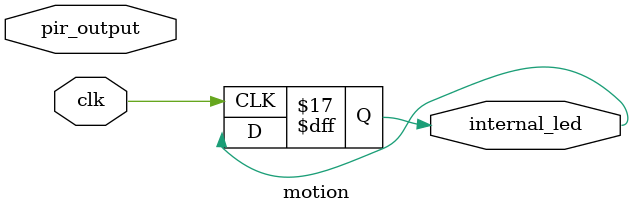
<source format=v>
module motion (
    input wire clk,         // Clock input
    input wire pir_output,  // PIR sensor output
    output reg internal_led // Internal LED output
);

reg [23:0] counter = 0; // 24-bit counter for LED blink timing with reset
reg motion_detected;     // Motion detection flag

always @(posedge clk) begin
    // Reset the counter on each rising edge of the clock
    if (counter == 24000000) begin
        counter <= 0;
    end else begin
        counter <= counter + 1;
    end

    // Check PIR sensor output for motion
    if (pir_output) begin
        motion_detected <= 1;
    end else begin
        motion_detected <= 0;
    end
end

always @(posedge clk) begin
    // Toggle the internal LED output based on the counter value if motion is detected
    if (counter == 24000000 && motion_detected) begin
        internal_led <= ~internal_led; // Toggle the internal LED state
    end
end

endmodule

</source>
